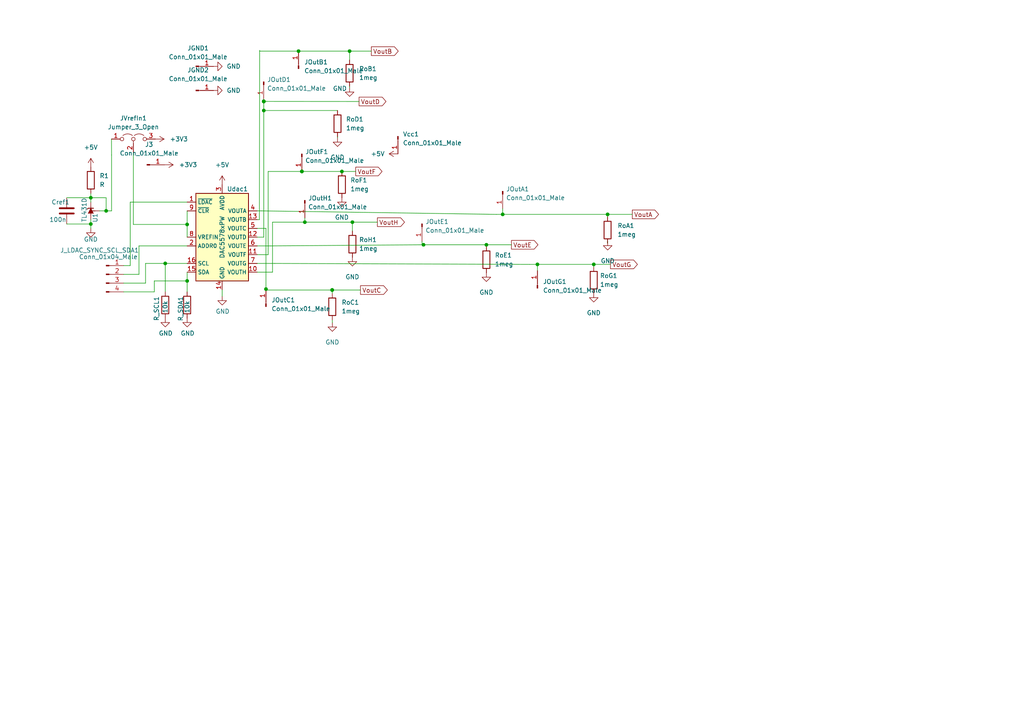
<source format=kicad_sch>
(kicad_sch (version 20211123) (generator eeschema)
  (paper "A4")
  (lib_symbols
    (symbol "Analog_DAC:DAC5578xPW"
      (property "Reference" "U" (at -7.62 13.97 0))
      (property "Value" "DAC5578xPW" (at 7.62 13.97 0))
      (symbol "DAC5578xPW_0_1"
        (rectangle (start -7.62 12.7) (end 7.62 -12.7) (stroke (width 0.254)) (fill (type background)))
      )
      (symbol "DAC5578xPW_1_1"
        (pin input line (at -10.16 10.16 0) (length 2.54) (name "~{LDAC}") (number "1"))
        (pin output line (at 10.16 -10.16 180) (length 2.54) (name "VOUTH") (number "10"))
        (pin output line (at 10.16 -5.08 180) (length 2.54) (name "VOUTF") (number "11"))
        (pin output line (at 10.16 0 180) (length 2.54) (name "VOUTD") (number "12"))
        (pin output line (at 10.16 5.08 180) (length 2.54) (name "VOUTB") (number "13"))
        (pin power_in line (at 0 -15.24 90) (length 2.54) (name "GND") (number "14"))
        (pin bidirectional line (at -10.16 -10.16 0) (length 2.54) (name "SDA") (number "15"))
        (pin input line (at -10.16 -7.62 0) (length 2.54) (name "SCL") (number "16"))
        (pin input line (at -10.16 -2.54 0) (length 2.54) (name "ADDR0") (number "2"))
        (pin power_in line (at 0 15.24 270) (length 2.54) (name "AVDD") (number "3"))
        (pin output line (at 10.16 7.62 180) (length 2.54) (name "VOUTA") (number "4"))
        (pin output line (at 10.16 2.54 180) (length 2.54) (name "VOUTC") (number "5"))
        (pin output line (at 10.16 -2.54 180) (length 2.54) (name "VOUTE") (number "6"))
        (pin output line (at 10.16 -7.62 180) (length 2.54) (name "VOUTG") (number "7"))
        (pin input line (at -10.16 0 0) (length 2.54) (name "VREFIN") (number "8"))
        (pin input line (at -10.16 7.62 0) (length 2.54) (name "~{CLR}") (number "9"))
      )
    )
    (symbol "Connector:Conn_01x01_Male" (pin_names (offset 1.016) hide)
      (property "Reference" "J" (at 0 2.54 0))
      (property "Value" "Conn_01x01_Male" (at 0 -2.54 0))
      (symbol "Conn_01x01_Male_1_1"
        (polyline (pts (xy 1.27 0) (xy 0.8636 0)) (stroke (width 0.1524)))
        (rectangle (start 0.8636 0.127) (end 0 -0.127) (stroke (width 0.1524)) (fill (type outline)))
        (pin passive line (at 5.08 0 180) (length 3.81) (name "Pin_1") (number "1"))
      )
    )
    (symbol "Connector:Conn_01x04_Male" (pin_names (offset 1.016) hide)
      (property "Reference" "J" (at 0 5.08 0))
      (property "Value" "Conn_01x04_Male" (at 0 -7.62 0))
      (symbol "Conn_01x04_Male_1_1"
        (polyline (pts (xy 1.27 -5.08) (xy 0.8636 -5.08)) (stroke (width 0.1524)))
        (polyline (pts (xy 1.27 -2.54) (xy 0.8636 -2.54)) (stroke (width 0.1524)))
        (polyline (pts (xy 1.27 0) (xy 0.8636 0)) (stroke (width 0.1524)))
        (polyline (pts (xy 1.27 2.54) (xy 0.8636 2.54)) (stroke (width 0.1524)))
        (rectangle (start 0.8636 -4.953) (end 0 -5.207) (stroke (width 0.1524)) (fill (type outline)))
        (rectangle (start 0.8636 -2.413) (end 0 -2.667) (stroke (width 0.1524)) (fill (type outline)))
        (rectangle (start 0.8636 0.127) (end 0 -0.127) (stroke (width 0.1524)) (fill (type outline)))
        (rectangle (start 0.8636 2.667) (end 0 2.413) (stroke (width 0.1524)) (fill (type outline)))
        (pin passive line (at 5.08 2.54 180) (length 3.81) (name "Pin_1") (number "1"))
        (pin passive line (at 5.08 0 180) (length 3.81) (name "Pin_2") (number "2"))
        (pin passive line (at 5.08 -2.54 180) (length 3.81) (name "Pin_3") (number "3"))
        (pin passive line (at 5.08 -5.08 180) (length 3.81) (name "Pin_4") (number "4"))
      )
    )
    (symbol "Device:C" (pin_numbers hide) (pin_names (offset 0.254))
      (property "Reference" "C" (at 0.635 2.54 0))
      (property "Value" "C" (at 0.635 -2.54 0))
      (symbol "C_0_1"
        (polyline (pts (xy -2.032 -0.762) (xy 2.032 -0.762)) (stroke (width 0.508)))
        (polyline (pts (xy -2.032 0.762) (xy 2.032 0.762)) (stroke (width 0.508)))
      )
      (symbol "C_1_1"
        (pin passive line (at 0 3.81 270) (length 2.794) (name "~") (number "1"))
        (pin passive line (at 0 -3.81 90) (length 2.794) (name "~") (number "2"))
      )
    )
    (symbol "Device:R" (pin_numbers hide) (pin_names (offset 0))
      (property "Reference" "R" (at 2.032 0 90))
      (property "Value" "R" (at 0 0 90))
      (symbol "R_0_1"
        (rectangle (start -1.016 -2.54) (end 1.016 2.54) (stroke (width 0.254)))
      )
      (symbol "R_1_1"
        (pin passive line (at 0 3.81 270) (length 1.27) (name "~") (number "1"))
        (pin passive line (at 0 -3.81 90) (length 1.27) (name "~") (number "2"))
      )
    )
    (symbol "Jumper:Jumper_3_Open" (pin_names (offset 0) hide)
      (property "Reference" "JP" (at -2.54 -2.54 0))
      (property "Value" "Jumper_3_Open" (at 0 2.794 0))
      (symbol "Jumper_3_Open_0_0"
        (circle (center -3.302 0) (radius 0.508))
        (circle (center 0 0) (radius 0.508))
        (circle (center 3.302 0) (radius 0.508))
      )
      (symbol "Jumper_3_Open_0_1"
        (arc (start -0.254 1.016) (mid -1.651 1.4992) (end -3.048 1.016))
        (polyline (pts (xy 0 -0.508) (xy 0 -1.27)))
        (arc (start 3.048 1.016) (mid 1.651 1.4992) (end 0.254 1.016))
      )
      (symbol "Jumper_3_Open_1_1"
        (pin passive line (at -6.35 0 0) (length 2.54) (name "A") (number "1"))
        (pin passive line (at 0 -3.81 90) (length 2.54) (name "C") (number "2"))
        (pin passive line (at 6.35 0 180) (length 2.54) (name "B") (number "3"))
      )
    )
    (symbol "Reference_Voltage:TL431D" (pin_numbers hide) (pin_names hide)
      (property "Reference" "U" (at 0 -2.54 0))
      (property "Value" "TL431D" (at 0 -4.445 0))
      (symbol "TL431D_0_1"
        (polyline (pts (xy -1.27 0) (xy 0 0) (xy 1.27 0)))
        (polyline (pts (xy -0.762 0.762) (xy 0.762 0) (xy -0.762 -0.762)) (fill (type outline)))
        (polyline (pts (xy 0.508 -1.016) (xy 0.762 -0.762) (xy 0.762 0.762) (xy 0.762 0.762)) (stroke (width 0.254)))
      )
      (symbol "TL431D_1_1"
        (polyline (pts (xy 0 1.27) (xy 0 0)))
        (pin passive line (at 2.54 0 180) (length 2.54) (name "K") (number "1"))
        (pin passive line (at -2.54 0 0) (length 2.54) (name "A") (number "2"))
        (pin passive line (at -2.54 0 0) (length 2.54) hide (name "A") (number "3"))
        (pin passive line (at -2.54 0 0) (length 2.54) hide (name "A") (number "6"))
        (pin passive line (at -2.54 0 0) (length 2.54) hide (name "A") (number "7"))
        (pin passive line (at 0 2.54 270) (length 2.54) (name "REF") (number "8"))
      )
    )
    (symbol "power:+3.3V" (power) (pin_names (offset 0))
      (property "Value" "+3.3V" (at 0 3.556 0))
      (symbol "+3.3V_0_1"
        (polyline (pts (xy -0.762 1.27) (xy 0 2.54)))
        (polyline (pts (xy 0 0) (xy 0 2.54)))
        (polyline (pts (xy 0 2.54) (xy 0.762 1.27)))
      )
      (symbol "+3.3V_1_1"
        (pin power_in line (at 0 0 90) (length 0) hide (name "+3V3") (number "1"))
      )
    )
    (symbol "power:+5V" (power) (pin_names (offset 0))
      (property "Value" "+5V" (at 0 3.556 0))
      (symbol "+5V_0_1"
        (polyline (pts (xy -0.762 1.27) (xy 0 2.54)))
        (polyline (pts (xy 0 0) (xy 0 2.54)))
        (polyline (pts (xy 0 2.54) (xy 0.762 1.27)))
      )
      (symbol "+5V_1_1"
        (pin power_in line (at 0 0 90) (length 0) hide (name "+5V") (number "1"))
      )
    )
    (symbol "power:GND" (power) (pin_names (offset 0))
      (property "Value" "GND" (at 0 -3.81 0))
      (symbol "GND_0_1"
        (polyline (pts (xy 0 0) (xy 0 -1.27) (xy 1.27 -1.27) (xy 0 -2.54) (xy -1.27 -1.27) (xy 0 -1.27)))
      )
      (symbol "GND_1_1"
        (pin power_in line (at 0 0 270) (length 0) hide (name "GND") (number "1"))
      )
    )
  )
  (junction (at 26.3398 64.9732))
  (junction (at 54.2798 65.1002))
  (junction (at 102.2096 64.4398))
  (junction (at 96.3422 84.0994))
  (junction (at 155.8798 76.6826))
  (junction (at 88.4174 64.4398))
  (junction (at 30.7848 61.1632))
  (junction (at 76.5048 32.0548))
  (junction (at 122.8344 70.993))
  (junction (at 176.2252 62.1792))
  (junction (at 172.212 76.6826))
  (junction (at 76.4794 29.4132))
  (junction (at 26.3398 57.3532))
  (junction (at 87.5538 49.7332))
  (junction (at 76.5302 29.4132))
  (junction (at 54.2798 81.4832))
  (junction (at 145.796 62.1792))
  (junction (at 47.9298 76.4032))
  (junction (at 99.1616 49.7332))
  (junction (at 101.3968 14.8336))
  (junction (at 141.0716 70.993))
  (junction (at 77.1398 83.8454))
  (junction (at 76.5048 29.4132))
  (junction (at 96.3422 84.1248))
  (junction (at 86.5886 14.8336))
  (junction (at 87.5538 49.7078))
  (wire (pts (xy 101.3968 14.8336) (xy 107.696 14.8336)))
  (wire (pts (xy 26.3398 63.7032) (xy 26.3398 64.9732)))
  (wire (pts (xy 172.212 76.6826) (xy 177.0634 76.6826)))
  (wire (pts (xy 79.0448 64.4398) (xy 88.4174 64.4398)))
  (wire (pts (xy 76.5048 32.0548) (xy 97.8916 32.0548)))
  (wire (pts (xy 74.5998 61.1632) (xy 75.8698 61.1632)))
  (wire (pts (xy 30.7848 61.1632) (xy 32.3596 61.1632)))
  (wire (pts (xy 54.2798 58.6232) (xy 37.7698 58.6232)))
  (wire (pts (xy 32.3342 40.3352) (xy 32.3596 44.958)))
  (wire (pts (xy 86.5886 14.8336) (xy 101.3968 14.8336)))
  (wire (pts (xy 75.311 14.5796) (xy 75.311 14.8336)))
  (wire (pts (xy 96.3422 84.1248) (xy 104.5464 84.1248)))
  (wire (pts (xy 38.6842 65.1002) (xy 54.2798 65.1002)))
  (wire (pts (xy 76.5048 29.4132) (xy 76.5048 32.0548)))
  (wire (pts (xy 76.5048 29.4132) (xy 76.5302 29.4132)))
  (wire (pts (xy 32.3596 44.958) (xy 32.3596 61.1632)))
  (wire (pts (xy 79.0448 78.9432) (xy 79.0448 64.4398)))
  (wire (pts (xy 37.7698 58.6232) (xy 37.7698 77.0382)))
  (wire (pts (xy 30.7848 57.3532) (xy 26.3398 57.3532)))
  (wire (pts (xy 54.2798 71.3232) (xy 40.3098 71.3232)))
  (wire (pts (xy 145.796 60.5536) (xy 145.796 62.1792)))
  (wire (pts (xy 101.3968 17.4244) (xy 101.3968 14.8336)))
  (wire (pts (xy 74.5998 78.9432) (xy 79.0448 78.9432)))
  (wire (pts (xy 35.8648 82.1182) (xy 42.2148 82.1182)))
  (wire (pts (xy 96.3422 84.1248) (xy 96.3422 84.0994)))
  (wire (pts (xy 155.8798 76.6826) (xy 172.212 76.6826)))
  (wire (pts (xy 76.4794 28.8036) (xy 76.4794 29.4132)))
  (wire (pts (xy 74.5998 76.4032) (xy 79.6798 76.4032)))
  (wire (pts (xy 42.2148 76.4032) (xy 47.9298 76.4032)))
  (wire (pts (xy 96.3676 92.7862) (xy 96.393 93.5736)))
  (wire (pts (xy 176.2252 62.1792) (xy 183.388 62.1792)))
  (wire (pts (xy 88.4174 64.4398) (xy 102.2096 64.4398)))
  (wire (pts (xy 102.2096 67.0052) (xy 102.2096 64.4398)))
  (wire (pts (xy 75.8698 61.1632) (xy 144.018 62.1792)))
  (wire (pts (xy 54.2798 81.4832) (xy 54.2798 84.6582)))
  (wire (pts (xy 77.7748 49.7332) (xy 77.7748 73.8632)))
  (wire (pts (xy 38.6842 44.1452) (xy 38.6842 65.1002)))
  (wire (pts (xy 76.5048 32.0548) (xy 76.5048 68.7832)))
  (wire (pts (xy 172.212 76.6826) (xy 172.212 77.4446)))
  (wire (pts (xy 176.2252 70.5358) (xy 176.2506 69.977)))
  (wire (pts (xy 19.3548 57.3532) (xy 26.3398 57.3532)))
  (wire (pts (xy 74.5998 71.3232) (xy 78.4098 71.3232)))
  (wire (pts (xy 54.2798 65.1002) (xy 54.2798 68.7832)))
  (wire (pts (xy 78.4098 71.3232) (xy 122.8344 70.993)))
  (wire (pts (xy 74.5998 63.7032) (xy 75.2348 63.7032)))
  (wire (pts (xy 145.796 62.1792) (xy 176.2252 62.1792)))
  (wire (pts (xy 77.7748 49.7332) (xy 87.5538 49.7332)))
  (wire (pts (xy 122.4026 70.993) (xy 122.8344 70.993)))
  (wire (pts (xy 79.6798 76.4032) (xy 153.5684 76.6826)))
  (wire (pts (xy 101.3968 25.0444) (xy 101.3968 25.4254)))
  (wire (pts (xy 96.3676 85.1662) (xy 96.3422 84.0994)))
  (wire (pts (xy 76.4794 29.4132) (xy 76.5048 29.4132)))
  (wire (pts (xy 42.2148 82.1182) (xy 42.2148 76.4032)))
  (wire (pts (xy 99.1616 49.7332) (xy 103.1748 49.7332)))
  (wire (pts (xy 44.7548 81.4832) (xy 44.7548 84.6582)))
  (wire (pts (xy 26.3398 56.0832) (xy 26.3398 57.3532)))
  (wire (pts (xy 19.3548 64.9732) (xy 26.3398 64.9732)))
  (wire (pts (xy 47.9298 76.4032) (xy 47.9298 84.6582)))
  (wire (pts (xy 74.5998 66.2432) (xy 77.1398 66.2432)))
  (wire (pts (xy 44.7548 81.4832) (xy 54.2798 81.4832)))
  (wire (pts (xy 141.0716 70.993) (xy 148.336 70.993)))
  (wire (pts (xy 144.018 62.1792) (xy 145.796 62.1792)))
  (wire (pts (xy 87.5538 49.7332) (xy 87.5538 49.7078)))
  (wire (pts (xy 26.3398 64.9732) (xy 26.3398 66.2432)))
  (wire (pts (xy 77.1398 83.8454) (xy 77.1398 84.0232)))
  (wire (pts (xy 153.5684 76.6826) (xy 155.8798 76.6826)))
  (wire (pts (xy 76.5048 29.4132) (xy 104.14 29.4386)))
  (wire (pts (xy 122.4026 70.0024) (xy 122.4026 70.993)))
  (wire (pts (xy 47.9298 76.4032) (xy 54.2798 76.4032)))
  (wire (pts (xy 176.2252 62.1792) (xy 176.2252 62.9158)))
  (wire (pts (xy 97.8916 39.6748) (xy 97.8916 39.9542)))
  (wire (pts (xy 54.2798 61.1632) (xy 54.2798 65.1002)))
  (wire (pts (xy 77.3938 84.1248) (xy 77.1398 84.0232)))
  (wire (pts (xy 44.7548 84.6582) (xy 35.8648 84.6582)))
  (wire (pts (xy 40.3098 71.3232) (xy 40.3098 79.5782)))
  (wire (pts (xy 77.1398 66.2432) (xy 77.1398 83.8454)))
  (wire (pts (xy 64.4398 84.0232) (xy 64.4398 85.9282)))
  (wire (pts (xy 141.0716 70.993) (xy 141.0716 71.501)))
  (wire (pts (xy 75.311 14.8336) (xy 86.5886 14.8336)))
  (wire (pts (xy 74.5998 73.8632) (xy 77.7748 73.8632)))
  (wire (pts (xy 77.3938 84.1248) (xy 96.3422 84.1248)))
  (wire (pts (xy 87.5538 49.7332) (xy 99.1616 49.7332)))
  (wire (pts (xy 102.2096 64.4398) (xy 109.4486 64.4398)))
  (wire (pts (xy 37.7698 77.0382) (xy 35.8648 77.0382)))
  (wire (pts (xy 75.311 14.8336) (xy 75.2348 63.7032)))
  (wire (pts (xy 30.7848 61.1632) (xy 30.7848 57.3532)))
  (wire (pts (xy 74.5998 68.7832) (xy 76.5048 68.7832)))
  (wire (pts (xy 88.4174 63.1952) (xy 88.4174 64.4398)))
  (wire (pts (xy 122.8344 70.993) (xy 141.0716 70.993)))
  (wire (pts (xy 28.8798 61.1632) (xy 30.7848 61.1632)))
  (wire (pts (xy 54.2798 78.9432) (xy 54.2798 81.4832)))
  (wire (pts (xy 40.3098 79.5782) (xy 35.8648 79.5782)))
  (wire (pts (xy 155.8798 76.6826) (xy 155.8798 78.5114)))
  (wire (pts (xy 26.3398 57.3532) (xy 26.3398 58.6232)))
  (global_label "VoutE" (shape output) (at 148.336 70.993 0) (property "Intersheet References" "${INTERSHEET_REFS}" (effects hide)))
  (global_label "VoutD" (shape output) (at 104.14 29.4386 0) (property "Intersheet References" "${INTERSHEET_REFS}" (effects hide)))
  (global_label "VoutB" (shape output) (at 107.696 14.8336 0) (property "Intersheet References" "${INTERSHEET_REFS}" (effects hide)))
  (global_label "VoutH" (shape output) (at 109.4486 64.4398 0) (property "Intersheet References" "${INTERSHEET_REFS}" (effects hide)))
  (global_label "VoutC" (shape output) (at 104.5464 84.1248 0) (property "Intersheet References" "${INTERSHEET_REFS}" (effects hide)))
  (global_label "VoutA" (shape output) (at 183.388 62.1792 0) (property "Intersheet References" "${INTERSHEET_REFS}" (effects hide)))
  (global_label "VoutF" (shape output) (at 103.1748 49.7332 0) (property "Intersheet References" "${INTERSHEET_REFS}" (effects hide)))
  (global_label "VoutG" (shape output) (at 177.0634 76.6826 0) (property "Intersheet References" "${INTERSHEET_REFS}" (effects hide)))
  (symbol (lib_id "Connector:Conn_01x01_Male") (at 56.8198 19.2532 0) (unit 1)
    (property "Reference" "JGND1" (at 57.4548 13.97 0))
    (property "Value" "Conn_01x01_Male" (at 57.4548 16.51 0))
    (property "Footprint" "Connector_PinHeader_2.54mm:PinHeader_1x01_P2.54mm_Vertical" (effects hide))
  )
  (symbol (lib_id "Device:R") (at 54.2798 88.4682 180) (unit 1)
    (property "Reference" "R_SDA1" (at 52.3748 85.9282 90) (effects (justify left)))
    (property "Value" "10k" (at 54.2798 87.1982 90) (effects (justify left)))
    (property "Footprint" "Resistor_THT:R_Axial_DIN0207_L6.3mm_D2.5mm_P10.16mm_Horizontal" (effects hide))
  )
  (symbol (lib_id "power:GND") (at 54.2798 92.2782 0) (unit 1)
    (property "Reference" "#PWR0101" (effects hide))
    (property "Value" "GND" (at 54.4068 96.6724 0))
  )
  (symbol (lib_id "power:GND") (at 64.4398 85.9282 0) (unit 1)
    (property "Reference" "#PWR0103" (effects hide))
    (property "Value" "GND" (at 64.5668 90.3224 0))
  )
  (symbol (lib_id "Device:R") (at 101.3968 21.2344 0) (unit 1)
    (property "Reference" "RoB1" (at 104.14 19.9643 0) (effects (justify left)))
    (property "Value" "1meg" (at 104.14 22.5043 0) (effects (justify left)))
    (property "Footprint" "Resistor_THT:R_Axial_DIN0207_L6.3mm_D2.5mm_P10.16mm_Horizontal" (effects hide))
  )
  (symbol (lib_id "power:GND") (at 101.3968 25.4254 0) (unit 1)
    (property "Reference" "#PWR0106" (effects hide))
    (property "Value" "GND" (at 98.5774 25.6794 0))
  )
  (symbol (lib_id "Connector:Conn_01x01_Male") (at 76.4794 23.7236 270) (unit 1)
    (property "Reference" "JOutD1" (at 77.47 23.0885 90) (effects (justify left)))
    (property "Value" "Conn_01x01_Male" (at 77.47 25.6285 90) (effects (justify left)))
    (property "Footprint" "Connector_PinHeader_2.54mm:PinHeader_1x01_P2.54mm_Vertical" (effects hide))
  )
  (symbol (lib_id "Connector:Conn_01x01_Male") (at 86.5886 19.9136 90) (unit 1)
    (property "Reference" "JOutB1" (at 88.2351 18.0085 90) (effects (justify right)))
    (property "Value" "Conn_01x01_Male" (at 88.2351 20.5485 90) (effects (justify right)))
    (property "Footprint" "Connector_PinHeader_2.54mm:PinHeader_1x01_P2.54mm_Vertical" (effects hide))
  )
  (symbol (lib_id "Device:R") (at 96.3676 88.9762 0) (unit 1)
    (property "Reference" "RoC1" (at 99.06 87.7061 0) (effects (justify left)))
    (property "Value" "1meg" (at 99.06 90.2461 0) (effects (justify left)))
    (property "Footprint" "Resistor_THT:R_Axial_DIN0207_L6.3mm_D2.5mm_P10.16mm_Horizontal" (effects hide))
  )
  (symbol (lib_id "Device:R") (at 47.9298 88.4682 180) (unit 1)
    (property "Reference" "R_SCL1" (at 45.3898 85.9282 90) (effects (justify left)))
    (property "Value" "10k" (at 47.9298 87.1982 90) (effects (justify left)))
    (property "Footprint" "Resistor_THT:R_Axial_DIN0207_L6.3mm_D2.5mm_P10.16mm_Horizontal" (effects hide))
  )
  (symbol (lib_id "power:+3.3V") (at 45.0342 40.3352 270) (unit 1)
    (property "Reference" "#PWR0119" (effects hide))
    (property "Value" "+3.3V" (at 49.2252 40.3351 90) (effects (justify left)))
  )
  (symbol (lib_id "Reference_Voltage:TL431D") (at 26.3398 61.1632 270) (mirror x) (unit 1)
    (property "Reference" "U1" (at 27.6098 61.7982 0) (effects (justify right)))
    (property "Value" "TL431D" (at 24.4348 57.3532 0) (effects (justify right)))
    (property "Footprint" "Package_SO:SOIC-8_3.9x4.9mm_P1.27mm" (effects hide))
    (property "Datasheet" "http://www.ti.com/lit/ds/symlink/tl431.pdf" (effects hide))
  )
  (symbol (lib_id "power:GND") (at 96.393 93.5736 0) (unit 1)
    (property "Reference" "#PWR0108" (effects hide))
    (property "Value" "GND" (at 96.393 99.2632 0))
  )
  (symbol (lib_id "Device:R") (at 176.2252 66.7258 0) (unit 1)
    (property "Reference" "RoA1" (at 179.07 65.4557 0) (effects (justify left)))
    (property "Value" "1meg" (at 179.07 67.9957 0) (effects (justify left)))
    (property "Footprint" "Resistor_THT:R_Axial_DIN0207_L6.3mm_D2.5mm_P10.16mm_Horizontal" (effects hide))
  )
  (symbol (lib_id "Device:R") (at 172.212 81.2546 0) (unit 1)
    (property "Reference" "RoG1" (at 173.99 79.9845 0) (effects (justify left)))
    (property "Value" "1meg" (at 173.99 82.5245 0) (effects (justify left)))
    (property "Footprint" "Resistor_THT:R_Axial_DIN0207_L6.3mm_D2.5mm_P10.16mm_Horizontal" (effects hide))
  )
  (symbol (lib_id "Connector:Conn_01x01_Male") (at 88.4174 58.1152 270) (unit 1)
    (property "Reference" "JOutH1" (at 89.3826 57.4801 90) (effects (justify left)))
    (property "Value" "Conn_01x01_Male" (at 89.3826 60.0201 90) (effects (justify left)))
    (property "Footprint" "Connector_PinHeader_2.54mm:PinHeader_1x01_P2.54mm_Vertical" (effects hide))
  )
  (symbol (lib_id "Connector:Conn_01x01_Male") (at 145.796 55.4736 270) (unit 1)
    (property "Reference" "JOutA1" (at 146.7866 54.8385 90) (effects (justify left)))
    (property "Value" "Conn_01x01_Male" (at 146.7866 57.3785 90) (effects (justify left)))
    (property "Footprint" "Connector_PinHeader_2.54mm:PinHeader_1x01_P2.54mm_Vertical" (effects hide))
  )
  (symbol (lib_id "power:+5V") (at 26.3398 48.4632 0) (unit 1)
    (property "Reference" "#PWR0114" (effects hide))
    (property "Value" "+5V" (at 26.3398 42.7482 0))
  )
  (symbol (lib_id "Connector:Conn_01x01_Male") (at 56.8198 26.2382 0) (unit 1)
    (property "Reference" "JGND2" (at 57.4548 20.32 0))
    (property "Value" "Conn_01x01_Male" (at 57.4548 22.86 0))
    (property "Footprint" "Connector_PinHeader_2.54mm:PinHeader_1x01_P2.54mm_Vertical" (effects hide))
  )
  (symbol (lib_id "Device:R") (at 97.8916 35.8648 0) (unit 1)
    (property "Reference" "RoD1" (at 100.33 34.5947 0) (effects (justify left)))
    (property "Value" "1meg" (at 100.33 37.1347 0) (effects (justify left)))
    (property "Footprint" "Resistor_THT:R_Axial_DIN0207_L6.3mm_D2.5mm_P10.16mm_Horizontal" (effects hide))
  )
  (symbol (lib_id "power:GND") (at 141.0716 79.121 0) (unit 1)
    (property "Reference" "#PWR0107" (effects hide))
    (property "Value" "GND" (at 141.0716 84.8106 0))
  )
  (symbol (lib_id "Connector:Conn_01x01_Male") (at 42.6212 47.8028 0) (unit 1)
    (property "Reference" "J3" (at 43.2562 41.91 0))
    (property "Value" "Conn_01x01_Male" (at 43.2562 44.45 0))
    (property "Footprint" "Connector_PinHeader_2.54mm:PinHeader_1x01_P2.54mm_Vertical" (effects hide))
  )
  (symbol (lib_id "power:GND") (at 172.212 85.0646 0) (unit 1)
    (property "Reference" "#PWR0116" (effects hide))
    (property "Value" "GND" (at 172.212 90.7542 0))
  )
  (symbol (lib_id "Connector:Conn_01x01_Male") (at 87.5538 44.6532 270) (unit 1)
    (property "Reference" "JOutF1" (at 88.519 44.0181 90) (effects (justify left)))
    (property "Value" "Conn_01x01_Male" (at 88.519 46.5581 90) (effects (justify left)))
    (property "Footprint" "Connector_PinHeader_2.54mm:PinHeader_1x01_P2.54mm_Vertical" (effects hide))
  )
  (symbol (lib_id "power:+5V") (at 64.4398 53.5432 0) (unit 1)
    (property "Reference" "#PWR0112" (effects hide))
    (property "Value" "+5V" (at 64.4398 47.8282 0))
  )
  (symbol (lib_id "Analog_DAC:DAC5578xPW") (at 64.4398 68.7832 0) (unit 1)
    (property "Reference" "Udac1" (at 68.8848 54.8132 0))
    (property "Value" "DAC5578xPW" (at 64.4398 68.7832 90))
    (property "Footprint" "Package_SO:TSSOP-16_4.4x5mm_P0.65mm" (effects hide))
    (property "Datasheet" "http://www.ti.com/lit/ds/symlink/dac5578.pdf" (effects hide))
  )
  (symbol (lib_id "power:GND") (at 176.2506 69.977 0) (unit 1)
    (property "Reference" "#PWR0115" (effects hide))
    (property "Value" "GND" (at 176.2506 75.6666 0))
  )
  (symbol (lib_id "power:+5V") (at 115.4176 44.6278 90) (unit 1)
    (property "Reference" "#PWR0117" (effects hide))
    (property "Value" "+5V" (at 111.6076 44.6277 90) (effects (justify left)))
  )
  (symbol (lib_id "power:+3.3V") (at 47.7012 47.8028 270) (unit 1)
    (property "Reference" "#PWR0118" (effects hide))
    (property "Value" "+3.3V" (at 51.8922 47.8027 90) (effects (justify left)))
  )
  (symbol (lib_id "power:GND") (at 61.8998 19.2532 90) (unit 1)
    (property "Reference" "#PWR0113" (effects hide))
    (property "Value" "GND" (at 65.7098 19.2531 90) (effects (justify right)))
  )
  (symbol (lib_id "power:GND") (at 26.3398 66.2432 0) (unit 1)
    (property "Reference" "#PWR0110" (effects hide))
    (property "Value" "GND" (at 26.3398 69.4182 0))
  )
  (symbol (lib_id "power:GND") (at 47.9298 92.2782 0) (unit 1)
    (property "Reference" "#PWR0102" (effects hide))
    (property "Value" "GND" (at 48.0568 96.6724 0))
  )
  (symbol (lib_id "Connector:Conn_01x01_Male") (at 77.1398 88.9254 90) (unit 1)
    (property "Reference" "JOutC1" (at 78.74 87.0203 90) (effects (justify right)))
    (property "Value" "Conn_01x01_Male" (at 78.74 89.5603 90) (effects (justify right)))
    (property "Footprint" "Connector_PinHeader_2.54mm:PinHeader_1x01_P2.54mm_Vertical" (effects hide))
  )
  (symbol (lib_id "Jumper:Jumper_3_Open") (at 38.6842 40.3352 0) (unit 1)
    (property "Reference" "JVrefIn1" (at 38.6842 34.29 0))
    (property "Value" "Jumper_3_Open" (at 38.6842 36.83 0))
    (property "Footprint" "Connector_PinHeader_2.54mm:PinHeader_1x03_P2.54mm_Vertical" (effects hide))
  )
  (symbol (lib_id "Connector:Conn_01x04_Male") (at 30.7848 79.5782 0) (unit 1)
    (property "Reference" "J_LDAC_SYNC_SCL_SDA1" (at 28.8798 72.5932 0))
    (property "Value" "Conn_01x04_Male" (at 31.4198 74.4982 0))
    (property "Footprint" "Connector_PinHeader_2.54mm:PinHeader_1x04_P2.54mm_Vertical" (effects hide))
  )
  (symbol (lib_id "power:GND") (at 99.1616 57.3532 0) (unit 1)
    (property "Reference" "#PWR0104" (effects hide))
    (property "Value" "GND" (at 99.1616 63.0428 0))
  )
  (symbol (lib_id "Device:R") (at 102.2096 70.8152 0) (unit 1)
    (property "Reference" "RoH1" (at 104.14 69.5451 0) (effects (justify left)))
    (property "Value" "1meg" (at 104.14 72.0851 0) (effects (justify left)))
    (property "Footprint" "Resistor_THT:R_Axial_DIN0207_L6.3mm_D2.5mm_P10.16mm_Horizontal" (effects hide))
  )
  (symbol (lib_id "Device:R") (at 141.0716 75.311 0) (unit 1)
    (property "Reference" "RoE1" (at 143.51 74.0409 0) (effects (justify left)))
    (property "Value" "1meg" (at 143.51 76.5809 0) (effects (justify left)))
    (property "Footprint" "Resistor_THT:R_Axial_DIN0207_L6.3mm_D2.5mm_P10.16mm_Horizontal" (effects hide))
  )
  (symbol (lib_id "Device:C") (at 19.3548 61.1632 0) (unit 1)
    (property "Reference" "Cref1" (at 14.9098 58.6232 0) (effects (justify left)))
    (property "Value" "100n" (at 14.2748 63.7032 0) (effects (justify left)))
    (property "Footprint" "Capacitor_THT:C_Disc_D5.0mm_W2.5mm_P2.50mm" (effects hide))
  )
  (symbol (lib_id "Connector:Conn_01x01_Male") (at 155.8798 83.5914 90) (unit 1)
    (property "Reference" "JOutG1" (at 157.48 81.6863 90) (effects (justify right)))
    (property "Value" "Conn_01x01_Male" (at 157.48 84.2263 90) (effects (justify right)))
    (property "Footprint" "Connector_PinHeader_2.54mm:PinHeader_1x01_P2.54mm_Vertical" (effects hide))
  )
  (symbol (lib_id "Device:R") (at 99.1616 53.5432 0) (unit 1)
    (property "Reference" "RoF1" (at 101.6 52.2731 0) (effects (justify left)))
    (property "Value" "1meg" (at 101.6 54.8131 0) (effects (justify left)))
    (property "Footprint" "Resistor_THT:R_Axial_DIN0207_L6.3mm_D2.5mm_P10.16mm_Horizontal" (effects hide))
  )
  (symbol (lib_id "power:GND") (at 97.8916 39.9542 0) (unit 1)
    (property "Reference" "#PWR0105" (effects hide))
    (property "Value" "GND" (at 97.8916 45.6438 0))
  )
  (symbol (lib_id "Connector:Conn_01x01_Male") (at 115.4176 39.5478 270) (unit 1)
    (property "Reference" "Vcc1" (at 116.84 38.9127 90) (effects (justify left)))
    (property "Value" "Conn_01x01_Male" (at 116.84 41.4527 90) (effects (justify left)))
    (property "Footprint" "Connector_PinHeader_2.54mm:PinHeader_1x01_P2.54mm_Vertical" (effects hide))
  )
  (symbol (lib_id "Device:R") (at 26.3398 52.2732 0) (unit 1)
    (property "Reference" "R1" (at 28.8798 51.0031 0) (effects (justify left)))
    (property "Value" "R" (at 28.8798 53.5431 0) (effects (justify left)))
    (property "Footprint" "Resistor_THT:R_Axial_DIN0207_L6.3mm_D2.5mm_P10.16mm_Horizontal" (effects hide))
  )
  (symbol (lib_id "power:GND") (at 61.8998 26.2382 90) (unit 1)
    (property "Reference" "#PWR0111" (effects hide))
    (property "Value" "GND" (at 65.7098 26.2381 90) (effects (justify right)))
  )
  (symbol (lib_id "Connector:Conn_01x01_Male") (at 122.4026 64.9224 270) (unit 1)
    (property "Reference" "JOutE1" (at 123.3932 64.2873 90) (effects (justify left)))
    (property "Value" "Conn_01x01_Male" (at 123.3932 66.8273 90) (effects (justify left)))
    (property "Footprint" "Connector_PinHeader_2.54mm:PinHeader_1x01_P2.54mm_Vertical" (effects hide))
  )
  (symbol (lib_id "power:GND") (at 102.2096 74.6252 0) (unit 1)
    (property "Reference" "#PWR0109" (effects hide))
    (property "Value" "GND" (at 102.2096 80.3148 0))
  )
)
</source>
